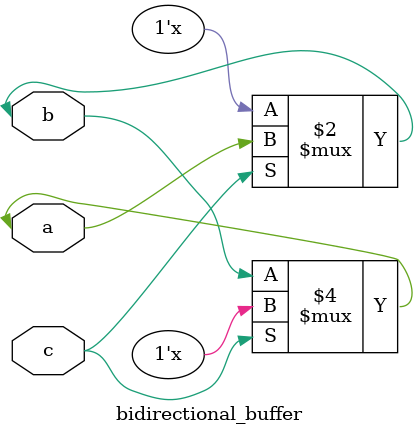
<source format=v>
module bidirectional_buffer(a,b,c);
input c;
inout b,a;
assign b=(c==1)?a:1'bz;
assign a=(c==0)?b:1'bz;
endmodule

</source>
